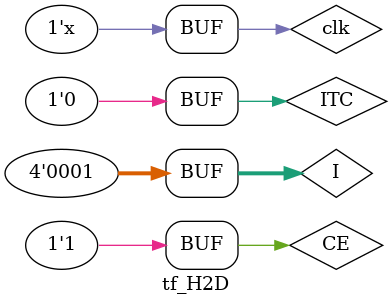
<source format=v>
`timescale 1ns / 1ps
module tf_H2D;

	// Inputs
	reg [3:0] I;
	reg clk;
	reg ITC;
	reg CE;

	// Outputs
	wire [3:0] O;
	wire TC;
	wire CEO;

	// Instantiate the Unit Under Test (UUT)
	H2D uut (
		.I(I), 
		.O(O), 
		.clk(clk), 
		.ITC(ITC), 
		.TC(TC), 
		.CE(CE), 
		.CEO(CEO)
	);

	initial begin
		// Initialize Inputs
		I = 0;
		clk = 0;
		ITC = 0;
		CE = 0;
	end
	
	initial begin
	#30 CE = 1;
	#70 ITC = 1;
	#200 ITC = 0;
	end
	
	initial begin
	#100 I = 4'h1;
	#100 I = 4'h2;
	#100 I = 4'h9;
	#100 I = 4'hA;
	#100 I = 4'hF;
	#100 I = 4'h1;
	end
	
	always #10 clk = !clk; 
		
endmodule


</source>
